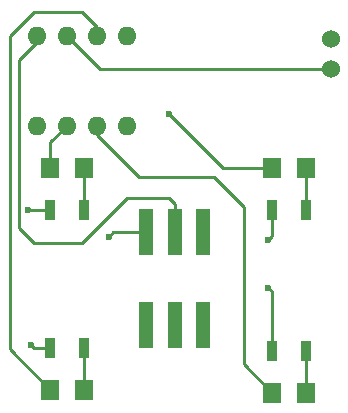
<source format=gbr>
G04 #@! TF.FileFunction,Copper,L1,Top,Signal*
%FSLAX46Y46*%
G04 Gerber Fmt 4.6, Leading zero omitted, Abs format (unit mm)*
G04 Created by KiCad (PCBNEW 4.0.5+dfsg1-4) date Thu Mar 22 11:03:11 2018*
%MOMM*%
%LPD*%
G01*
G04 APERTURE LIST*
%ADD10C,0.100000*%
%ADD11O,1.600000X1.600000*%
%ADD12R,1.597660X1.800860*%
%ADD13R,0.900000X1.700000*%
%ADD14C,1.524000*%
%ADD15R,1.200000X4.000000*%
%ADD16C,0.600000*%
%ADD17C,0.250000*%
G04 APERTURE END LIST*
D10*
D11*
X122936000Y-84074000D03*
X125476000Y-84074000D03*
X128016000Y-84074000D03*
X130556000Y-84074000D03*
X130556000Y-76454000D03*
X128016000Y-76454000D03*
X125476000Y-76454000D03*
X122936000Y-76454000D03*
D12*
X126895860Y-106426000D03*
X124056140Y-106426000D03*
X145691860Y-106680000D03*
X142852140Y-106680000D03*
X145691860Y-87630000D03*
X142852140Y-87630000D03*
X126895860Y-87630000D03*
X124056140Y-87630000D03*
D13*
X124026000Y-102870000D03*
X126926000Y-102870000D03*
X142822000Y-103124000D03*
X145722000Y-103124000D03*
X126926000Y-91186000D03*
X124026000Y-91186000D03*
X142822000Y-91186000D03*
X145722000Y-91186000D03*
D14*
X147828000Y-79248000D03*
X147828000Y-76708000D03*
D15*
X137033000Y-100965000D03*
X134620000Y-100965000D03*
X132207000Y-100965000D03*
X134620000Y-93091000D03*
X137033000Y-93091000D03*
X132207000Y-93091000D03*
D16*
X122428000Y-102616000D03*
X142494000Y-97790000D03*
X142494000Y-93726000D03*
X122174000Y-91186000D03*
X129032000Y-93472000D03*
X134112000Y-83058000D03*
D17*
X124026000Y-102870000D02*
X122682000Y-102870000D01*
X122682000Y-102870000D02*
X122428000Y-102616000D01*
X142822000Y-103124000D02*
X142822000Y-98118000D01*
X142822000Y-98118000D02*
X142494000Y-97790000D01*
X142822000Y-91186000D02*
X142822000Y-93398000D01*
X142822000Y-93398000D02*
X142494000Y-93726000D01*
X124026000Y-91186000D02*
X122174000Y-91186000D01*
X129413000Y-93091000D02*
X132207000Y-93091000D01*
X129032000Y-93472000D02*
X129413000Y-93091000D01*
X147828000Y-79248000D02*
X128270000Y-79248000D01*
X128270000Y-79248000D02*
X125476000Y-76454000D01*
X126926000Y-102870000D02*
X126926000Y-106395860D01*
X126926000Y-106395860D02*
X126895860Y-106426000D01*
X128016000Y-76454000D02*
X128016000Y-75692000D01*
X128016000Y-75692000D02*
X126746000Y-74422000D01*
X126746000Y-74422000D02*
X122682000Y-74422000D01*
X122682000Y-74422000D02*
X120650000Y-76454000D01*
X120650000Y-76454000D02*
X120650000Y-103019860D01*
X120650000Y-103019860D02*
X124056140Y-106426000D01*
X145722000Y-103124000D02*
X145722000Y-106649860D01*
X145722000Y-106649860D02*
X145691860Y-106680000D01*
X128016000Y-84074000D02*
X128016000Y-84836000D01*
X128016000Y-84836000D02*
X131572000Y-88392000D01*
X131572000Y-88392000D02*
X137922000Y-88392000D01*
X137922000Y-88392000D02*
X140462000Y-90932000D01*
X140462000Y-90932000D02*
X140462000Y-104289860D01*
X140462000Y-104289860D02*
X142852140Y-106680000D01*
X142852140Y-106680000D02*
X142240000Y-106680000D01*
X145691860Y-87630000D02*
X145691860Y-91155860D01*
X145691860Y-91155860D02*
X145722000Y-91186000D01*
X142852140Y-87630000D02*
X138684000Y-87630000D01*
X138684000Y-87630000D02*
X134112000Y-83058000D01*
X126895860Y-87630000D02*
X126895860Y-91155860D01*
X126895860Y-91155860D02*
X126926000Y-91186000D01*
X124056140Y-87630000D02*
X124056140Y-85493860D01*
X124056140Y-85493860D02*
X125476000Y-84074000D01*
X134620000Y-93091000D02*
X134620000Y-90678000D01*
X121412000Y-78486000D02*
X123444000Y-76454000D01*
X121412000Y-92710000D02*
X121412000Y-78486000D01*
X122682000Y-93980000D02*
X121412000Y-92710000D01*
X126746000Y-93980000D02*
X122682000Y-93980000D01*
X130556000Y-90170000D02*
X126746000Y-93980000D01*
X134112000Y-90170000D02*
X130556000Y-90170000D01*
X134620000Y-90678000D02*
X134112000Y-90170000D01*
M02*

</source>
